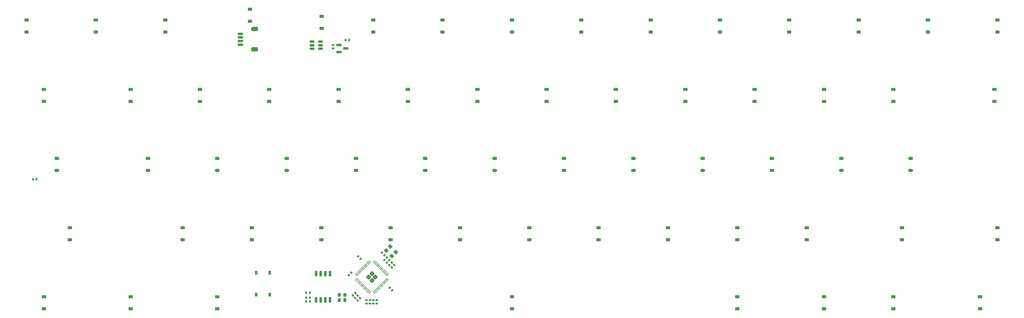
<source format=gbr>
%TF.GenerationSoftware,KiCad,Pcbnew,8.0.1*%
%TF.CreationDate,2026-01-03T23:46:27+09:00*%
%TF.ProjectId,Cloudnine_rp2040,436c6f75-646e-4696-9e65-5f7270323034,rev?*%
%TF.SameCoordinates,Original*%
%TF.FileFunction,Paste,Bot*%
%TF.FilePolarity,Positive*%
%FSLAX46Y46*%
G04 Gerber Fmt 4.6, Leading zero omitted, Abs format (unit mm)*
G04 Created by KiCad (PCBNEW 8.0.1) date 2026-01-03 23:46:27*
%MOMM*%
%LPD*%
G01*
G04 APERTURE LIST*
G04 Aperture macros list*
%AMRoundRect*
0 Rectangle with rounded corners*
0 $1 Rounding radius*
0 $2 $3 $4 $5 $6 $7 $8 $9 X,Y pos of 4 corners*
0 Add a 4 corners polygon primitive as box body*
4,1,4,$2,$3,$4,$5,$6,$7,$8,$9,$2,$3,0*
0 Add four circle primitives for the rounded corners*
1,1,$1+$1,$2,$3*
1,1,$1+$1,$4,$5*
1,1,$1+$1,$6,$7*
1,1,$1+$1,$8,$9*
0 Add four rect primitives between the rounded corners*
20,1,$1+$1,$2,$3,$4,$5,0*
20,1,$1+$1,$4,$5,$6,$7,0*
20,1,$1+$1,$6,$7,$8,$9,0*
20,1,$1+$1,$8,$9,$2,$3,0*%
%AMRotRect*
0 Rectangle, with rotation*
0 The origin of the aperture is its center*
0 $1 length*
0 $2 width*
0 $3 Rotation angle, in degrees counterclockwise*
0 Add horizontal line*
21,1,$1,$2,0,0,$3*%
G04 Aperture macros list end*
%ADD10RoundRect,0.225000X0.375000X-0.225000X0.375000X0.225000X-0.375000X0.225000X-0.375000X-0.225000X0*%
%ADD11RoundRect,0.140000X0.140000X0.170000X-0.140000X0.170000X-0.140000X-0.170000X0.140000X-0.170000X0*%
%ADD12RoundRect,0.140000X-0.170000X0.140000X-0.170000X-0.140000X0.170000X-0.140000X0.170000X0.140000X0*%
%ADD13RoundRect,0.150000X-0.150000X0.650000X-0.150000X-0.650000X0.150000X-0.650000X0.150000X0.650000X0*%
%ADD14RoundRect,0.140000X-0.140000X-0.170000X0.140000X-0.170000X0.140000X0.170000X-0.140000X0.170000X0*%
%ADD15RoundRect,0.140000X0.021213X-0.219203X0.219203X-0.021213X-0.021213X0.219203X-0.219203X0.021213X0*%
%ADD16R,0.750000X1.000000*%
%ADD17RoundRect,0.140000X0.219203X0.021213X0.021213X0.219203X-0.219203X-0.021213X-0.021213X-0.219203X0*%
%ADD18RotRect,1.000000X0.900000X315.000000*%
%ADD19RoundRect,0.050000X-0.309359X-0.238649X-0.238649X-0.309359X0.309359X0.238649X0.238649X0.309359X0*%
%ADD20RoundRect,0.050000X-0.309359X0.238649X0.238649X-0.309359X0.309359X-0.238649X-0.238649X0.309359X0*%
%ADD21RoundRect,0.250000X-0.413257X0.000000X0.000000X-0.413257X0.413257X0.000000X0.000000X0.413257X0*%
%ADD22RoundRect,0.140000X-0.021213X0.219203X-0.219203X0.021213X0.021213X-0.219203X0.219203X-0.021213X0*%
%ADD23RoundRect,0.225000X-0.225000X-0.250000X0.225000X-0.250000X0.225000X0.250000X-0.225000X0.250000X0*%
%ADD24RoundRect,0.140000X-0.219203X-0.021213X-0.021213X-0.219203X0.219203X0.021213X0.021213X0.219203X0*%
%ADD25RoundRect,0.150000X-0.587500X-0.150000X0.587500X-0.150000X0.587500X0.150000X-0.587500X0.150000X0*%
%ADD26RoundRect,0.250000X-0.650000X0.350000X-0.650000X-0.350000X0.650000X-0.350000X0.650000X0.350000X0*%
%ADD27RoundRect,0.150000X-0.625000X0.150000X-0.625000X-0.150000X0.625000X-0.150000X0.625000X0.150000X0*%
%ADD28RoundRect,0.140000X0.170000X-0.140000X0.170000X0.140000X-0.170000X0.140000X-0.170000X-0.140000X0*%
%ADD29RoundRect,0.225000X0.225000X0.250000X-0.225000X0.250000X-0.225000X-0.250000X0.225000X-0.250000X0*%
%ADD30RoundRect,0.150000X-0.512500X-0.150000X0.512500X-0.150000X0.512500X0.150000X-0.512500X0.150000X0*%
G04 APERTURE END LIST*
D10*
%TO.C,D20*%
X119556250Y-57568750D03*
X119556250Y-54268750D03*
%TD*%
%TO.C,D3*%
X72056250Y-38568750D03*
X72056250Y-35268750D03*
%TD*%
%TO.C,D54*%
X273931250Y-95568750D03*
X273931250Y-92268750D03*
%TD*%
%TO.C,D59*%
X167056250Y-114568750D03*
X167056250Y-111268750D03*
%TD*%
%TO.C,D43*%
X45931250Y-95568750D03*
X45931250Y-92268750D03*
%TD*%
%TO.C,D8*%
X167056250Y-38568750D03*
X167056250Y-35268750D03*
%TD*%
%TO.C,D29*%
X299250000Y-57568750D03*
X299250000Y-54268750D03*
%TD*%
%TO.C,D56*%
X252556250Y-114568750D03*
X252556250Y-111268750D03*
%TD*%
D11*
%TO.C,R5*%
X111680000Y-111530000D03*
X110720000Y-111530000D03*
%TD*%
D10*
%TO.C,D14*%
X281056250Y-38568750D03*
X281056250Y-35268750D03*
%TD*%
%TO.C,D49*%
X171806250Y-95568750D03*
X171806250Y-92268750D03*
%TD*%
D12*
%TO.C,C8*%
X128122101Y-112150742D03*
X128122101Y-113110742D03*
%TD*%
D13*
%TO.C,U3*%
X113367101Y-104920742D03*
X114637101Y-104920742D03*
X115907101Y-104920742D03*
X117177101Y-104920742D03*
X117177101Y-112120742D03*
X115907101Y-112120742D03*
X114637101Y-112120742D03*
X113367101Y-112120742D03*
%TD*%
D10*
%TO.C,D35*%
X143306250Y-76568750D03*
X143306250Y-73268750D03*
%TD*%
%TO.C,D6*%
X129056250Y-38568750D03*
X129056250Y-35268750D03*
%TD*%
%TO.C,D41*%
X257306250Y-76568750D03*
X257306250Y-73268750D03*
%TD*%
D14*
%TO.C,C12*%
X121470000Y-40700000D03*
X122430000Y-40700000D03*
%TD*%
D10*
%TO.C,D61*%
X271556250Y-114568750D03*
X271556250Y-111268750D03*
%TD*%
%TO.C,D26*%
X233556250Y-57568750D03*
X233556250Y-54268750D03*
%TD*%
%TO.C,D37*%
X181306250Y-76568750D03*
X181306250Y-73268750D03*
%TD*%
%TO.C,D22*%
X157556250Y-57568750D03*
X157556250Y-54268750D03*
%TD*%
%TO.C,D63*%
X86306250Y-114568750D03*
X86306250Y-111268750D03*
%TD*%
D15*
%TO.C,C7*%
X122352690Y-105310153D03*
X123031512Y-104631331D03*
%TD*%
D10*
%TO.C,D21*%
X138556250Y-57568750D03*
X138556250Y-54268750D03*
%TD*%
%TO.C,D5*%
X114950000Y-37475000D03*
X114950000Y-34175000D03*
%TD*%
%TO.C,D19*%
X100556250Y-57568750D03*
X100556250Y-54268750D03*
%TD*%
%TO.C,D28*%
X271556250Y-57568750D03*
X271556250Y-54268750D03*
%TD*%
%TO.C,D7*%
X148056250Y-38568750D03*
X148056250Y-35268750D03*
%TD*%
D16*
%TO.C,BOOTSEL1*%
X96975000Y-104650000D03*
X96975000Y-110650000D03*
X100725000Y-104650000D03*
X100725000Y-110650000D03*
%TD*%
D10*
%TO.C,D48*%
X152806250Y-95568750D03*
X152806250Y-92268750D03*
%TD*%
%TO.C,D60*%
X228806250Y-114568750D03*
X228806250Y-111268750D03*
%TD*%
D17*
%TO.C,R4*%
X132801512Y-101860153D03*
X132122690Y-101181331D03*
%TD*%
D18*
%TO.C,Y1*%
X133697888Y-97438646D03*
X135218168Y-98958926D03*
X134122152Y-100054942D03*
X132601872Y-98534662D03*
%TD*%
D10*
%TO.C,D42*%
X276306250Y-76568750D03*
X276306250Y-73268750D03*
%TD*%
%TO.C,D50*%
X190806250Y-95568750D03*
X190806250Y-92268750D03*
%TD*%
%TO.C,D12*%
X243056250Y-38568750D03*
X243056250Y-35268750D03*
%TD*%
D14*
%TO.C,R6*%
X110720000Y-110180000D03*
X111680000Y-110180000D03*
%TD*%
D10*
%TO.C,D34*%
X124306250Y-76568750D03*
X124306250Y-73268750D03*
%TD*%
D19*
%TO.C,U1*%
X124402944Y-106432944D03*
X124685787Y-106715787D03*
X124968629Y-106998629D03*
X125251472Y-107281472D03*
X125534315Y-107564315D03*
X125817157Y-107847157D03*
X126100000Y-108130000D03*
X126382843Y-108412843D03*
X126665686Y-108695686D03*
X126948528Y-108978528D03*
X127231371Y-109261371D03*
X127514214Y-109544214D03*
X127797056Y-109827056D03*
X128079899Y-110109899D03*
D20*
X129264303Y-110109899D03*
X129547146Y-109827056D03*
X129829988Y-109544214D03*
X130112831Y-109261371D03*
X130395674Y-108978528D03*
X130678516Y-108695686D03*
X130961359Y-108412843D03*
X131244202Y-108130000D03*
X131527045Y-107847157D03*
X131809887Y-107564315D03*
X132092730Y-107281472D03*
X132375573Y-106998629D03*
X132658415Y-106715787D03*
X132941258Y-106432944D03*
D19*
X132941258Y-105248540D03*
X132658415Y-104965697D03*
X132375573Y-104682855D03*
X132092730Y-104400012D03*
X131809887Y-104117169D03*
X131527045Y-103834327D03*
X131244202Y-103551484D03*
X130961359Y-103268641D03*
X130678516Y-102985798D03*
X130395674Y-102702956D03*
X130112831Y-102420113D03*
X129829988Y-102137270D03*
X129547146Y-101854428D03*
X129264303Y-101571585D03*
D20*
X128079899Y-101571585D03*
X127797056Y-101854428D03*
X127514214Y-102137270D03*
X127231371Y-102420113D03*
X126948528Y-102702956D03*
X126665686Y-102985798D03*
X126382843Y-103268641D03*
X126100000Y-103551484D03*
X125817157Y-103834327D03*
X125534315Y-104117169D03*
X125251472Y-104400012D03*
X124968629Y-104682855D03*
X124685787Y-104965697D03*
X124402944Y-105248540D03*
D21*
X128672101Y-106742303D03*
X129573662Y-105840742D03*
X127770540Y-105840742D03*
X128672101Y-104939181D03*
%TD*%
D10*
%TO.C,D39*%
X219306250Y-76568750D03*
X219306250Y-73268750D03*
%TD*%
%TO.C,D62*%
X295306250Y-114568750D03*
X295306250Y-111268750D03*
%TD*%
D22*
%TO.C,C9*%
X124101512Y-110271331D03*
X123422690Y-110950153D03*
%TD*%
D11*
%TO.C,R3*%
X36780000Y-79025000D03*
X35820000Y-79025000D03*
%TD*%
D23*
%TO.C,R1*%
X119702101Y-110720742D03*
X121252101Y-110720742D03*
%TD*%
D10*
%TO.C,D17*%
X62556250Y-57568750D03*
X62556250Y-54268750D03*
%TD*%
%TO.C,D31*%
X67306250Y-76568750D03*
X67306250Y-73268750D03*
%TD*%
%TO.C,D51*%
X209806250Y-95568750D03*
X209806250Y-92268750D03*
%TD*%
%TO.C,D46*%
X114806250Y-95568750D03*
X114806250Y-92268750D03*
%TD*%
%TO.C,D4*%
X95250000Y-35525000D03*
X95250000Y-32225000D03*
%TD*%
%TO.C,D1*%
X34056250Y-38568750D03*
X34056250Y-35268750D03*
%TD*%
%TO.C,D52*%
X228806250Y-95568750D03*
X228806250Y-92268750D03*
%TD*%
D11*
%TO.C,C16*%
X111680000Y-112490000D03*
X110720000Y-112490000D03*
%TD*%
D22*
%TO.C,C5*%
X134121512Y-101841331D03*
X133442690Y-102520153D03*
%TD*%
D10*
%TO.C,D58*%
X62556250Y-114568750D03*
X62556250Y-111268750D03*
%TD*%
D24*
%TO.C,C17*%
X124892690Y-100141331D03*
X125571512Y-100820153D03*
%TD*%
D10*
%TO.C,D25*%
X214556250Y-57568750D03*
X214556250Y-54268750D03*
%TD*%
%TO.C,D38*%
X200306250Y-76568750D03*
X200306250Y-73268750D03*
%TD*%
%TO.C,D44*%
X76806250Y-95568750D03*
X76806250Y-92268750D03*
%TD*%
D25*
%TO.C,U2*%
X119642500Y-43992501D03*
X119642500Y-42092501D03*
X121517501Y-43042501D03*
%TD*%
D10*
%TO.C,D2*%
X53056250Y-38568750D03*
X53056250Y-35268750D03*
%TD*%
%TO.C,D53*%
X247806250Y-95568750D03*
X247806250Y-92268750D03*
%TD*%
D15*
%TO.C,C1*%
X124092690Y-111620153D03*
X124771512Y-110941331D03*
%TD*%
D10*
%TO.C,D24*%
X195556250Y-57568750D03*
X195556250Y-54268750D03*
%TD*%
%TO.C,D11*%
X224056250Y-38568750D03*
X224056250Y-35268750D03*
%TD*%
%TO.C,D15*%
X300056250Y-38568750D03*
X300056250Y-35268750D03*
%TD*%
D26*
%TO.C,J2*%
X96500000Y-43300000D03*
X96500000Y-37700000D03*
D27*
X92625000Y-42000000D03*
X92625000Y-41000000D03*
X92625000Y-40000000D03*
X92625000Y-39000000D03*
%TD*%
D10*
%TO.C,D9*%
X186056250Y-38568750D03*
X186056250Y-35268750D03*
%TD*%
D24*
%TO.C,C14*%
X131442690Y-99151331D03*
X132121512Y-99830153D03*
%TD*%
D12*
%TO.C,C13*%
X118030000Y-42090000D03*
X118030000Y-43050000D03*
%TD*%
D10*
%TO.C,D55*%
X300056250Y-95568750D03*
X300056250Y-92268750D03*
%TD*%
%TO.C,D10*%
X205056250Y-38568750D03*
X205056250Y-35268750D03*
%TD*%
%TO.C,D47*%
X133806250Y-95568750D03*
X133806250Y-92268750D03*
%TD*%
D17*
%TO.C,C6*%
X134211512Y-109470153D03*
X133532690Y-108791331D03*
%TD*%
D10*
%TO.C,D18*%
X81556250Y-57568750D03*
X81556250Y-54268750D03*
%TD*%
D28*
%TO.C,C4*%
X130022101Y-113110742D03*
X130022101Y-112150742D03*
%TD*%
D10*
%TO.C,D32*%
X86306250Y-76568750D03*
X86306250Y-73268750D03*
%TD*%
%TO.C,D13*%
X262056250Y-38568750D03*
X262056250Y-35268750D03*
%TD*%
D12*
%TO.C,C11*%
X127169761Y-112148402D03*
X127169761Y-113108402D03*
%TD*%
D10*
%TO.C,D16*%
X38806250Y-57568750D03*
X38806250Y-54268750D03*
%TD*%
D15*
%TO.C,C10*%
X134114441Y-103191904D03*
X134793263Y-102513082D03*
%TD*%
D29*
%TO.C,R2*%
X121257101Y-112220742D03*
X119707101Y-112220742D03*
%TD*%
D10*
%TO.C,D23*%
X176556250Y-57568750D03*
X176556250Y-54268750D03*
%TD*%
D28*
%TO.C,C3*%
X129072101Y-113110742D03*
X129072101Y-112150742D03*
%TD*%
D24*
%TO.C,C15*%
X132800335Y-100508976D03*
X133479157Y-101187798D03*
%TD*%
D30*
%TO.C,U4*%
X112282500Y-43079999D03*
X112282500Y-42130000D03*
X112282500Y-41180001D03*
X114557500Y-41180001D03*
X114557500Y-42130000D03*
X114557500Y-43079999D03*
%TD*%
D15*
%TO.C,C2*%
X124762690Y-112290153D03*
X125441512Y-111611331D03*
%TD*%
D10*
%TO.C,D45*%
X95806250Y-95568750D03*
X95806250Y-92268750D03*
%TD*%
%TO.C,D36*%
X162306250Y-76568750D03*
X162306250Y-73268750D03*
%TD*%
%TO.C,D30*%
X42390000Y-76568750D03*
X42390000Y-73268750D03*
%TD*%
%TO.C,D40*%
X238306250Y-76568750D03*
X238306250Y-73268750D03*
%TD*%
%TO.C,D33*%
X105306250Y-76568750D03*
X105306250Y-73268750D03*
%TD*%
%TO.C,D27*%
X252556250Y-57568750D03*
X252556250Y-54268750D03*
%TD*%
%TO.C,D57*%
X38806250Y-114568750D03*
X38806250Y-111268750D03*
%TD*%
M02*

</source>
